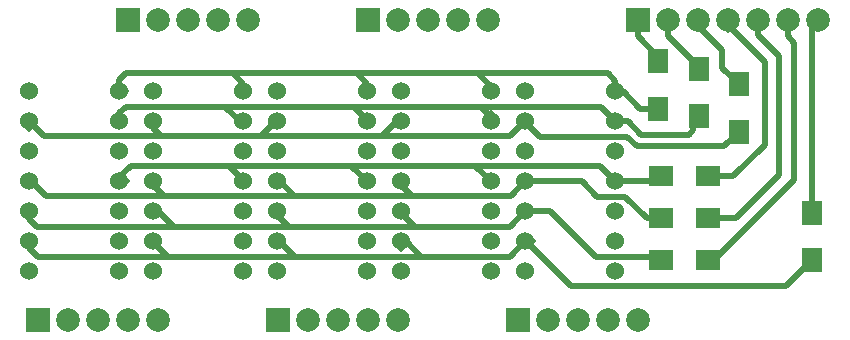
<source format=gbr>
G04 #@! TF.FileFunction,Copper,L1,Top,Signal*
%FSLAX46Y46*%
G04 Gerber Fmt 4.6, Leading zero omitted, Abs format (unit mm)*
G04 Created by KiCad (PCBNEW 4.0.2+dfsg1-stable) date Pi  1. marec 2019, 16:05:38 CET*
%MOMM*%
G01*
G04 APERTURE LIST*
%ADD10C,0.100000*%
%ADD11R,1.700000X2.000000*%
%ADD12R,2.000000X1.700000*%
%ADD13R,2.000000X2.000000*%
%ADD14C,2.000000*%
%ADD15C,1.524000*%
%ADD16C,0.500000*%
G04 APERTURE END LIST*
D10*
D11*
X194750000Y-51750000D03*
X194750000Y-55750000D03*
X198200000Y-52400000D03*
X198200000Y-56400000D03*
X201600000Y-53700000D03*
X201600000Y-57700000D03*
D12*
X199000000Y-61500000D03*
X195000000Y-61500000D03*
X199000000Y-65000000D03*
X195000000Y-65000000D03*
X199000000Y-68600000D03*
X195000000Y-68600000D03*
D11*
X207800000Y-64600000D03*
X207800000Y-68600000D03*
D13*
X142240000Y-73660000D03*
D14*
X144780000Y-73660000D03*
X147320000Y-73660000D03*
X149860000Y-73660000D03*
X152400000Y-73660000D03*
D13*
X162560000Y-73660000D03*
D14*
X165100000Y-73660000D03*
X167640000Y-73660000D03*
X170180000Y-73660000D03*
X172720000Y-73660000D03*
D13*
X182880000Y-73660000D03*
D14*
X185420000Y-73660000D03*
X187960000Y-73660000D03*
X190500000Y-73660000D03*
X193040000Y-73660000D03*
D13*
X193040000Y-48260000D03*
D14*
X195580000Y-48260000D03*
X198120000Y-48260000D03*
X200660000Y-48260000D03*
X203200000Y-48260000D03*
X205740000Y-48260000D03*
X208280000Y-48260000D03*
D15*
X141520000Y-54290000D03*
X141520000Y-56830000D03*
X141520000Y-59370000D03*
X141520000Y-61910000D03*
X141520000Y-64450000D03*
X141520000Y-66990000D03*
X149140000Y-66990000D03*
X149140000Y-64450000D03*
X149140000Y-61910000D03*
X149140000Y-59370000D03*
X149140000Y-56830000D03*
X149140000Y-54290000D03*
X141520000Y-69530000D03*
X149140000Y-69530000D03*
X152020000Y-54290000D03*
X152020000Y-56830000D03*
X152020000Y-59370000D03*
X152020000Y-61910000D03*
X152020000Y-64450000D03*
X152020000Y-66990000D03*
X159640000Y-66990000D03*
X159640000Y-64450000D03*
X159640000Y-61910000D03*
X159640000Y-59370000D03*
X159640000Y-56830000D03*
X159640000Y-54290000D03*
X152020000Y-69530000D03*
X159640000Y-69530000D03*
X162520000Y-54290000D03*
X162520000Y-56830000D03*
X162520000Y-59370000D03*
X162520000Y-61910000D03*
X162520000Y-64450000D03*
X162520000Y-66990000D03*
X170140000Y-66990000D03*
X170140000Y-64450000D03*
X170140000Y-61910000D03*
X170140000Y-59370000D03*
X170140000Y-56830000D03*
X170140000Y-54290000D03*
X162520000Y-69530000D03*
X170140000Y-69530000D03*
X173020000Y-54290000D03*
X173020000Y-56830000D03*
X173020000Y-59370000D03*
X173020000Y-61910000D03*
X173020000Y-64450000D03*
X173020000Y-66990000D03*
X180640000Y-66990000D03*
X180640000Y-64450000D03*
X180640000Y-61910000D03*
X180640000Y-59370000D03*
X180640000Y-56830000D03*
X180640000Y-54290000D03*
X173020000Y-69530000D03*
X180640000Y-69530000D03*
X183520000Y-54290000D03*
X183520000Y-56830000D03*
X183520000Y-59370000D03*
X183520000Y-61910000D03*
X183520000Y-64450000D03*
X183520000Y-66990000D03*
X191140000Y-66990000D03*
X191140000Y-64450000D03*
X191140000Y-61910000D03*
X191140000Y-59370000D03*
X191140000Y-56830000D03*
X191140000Y-54290000D03*
X183520000Y-69530000D03*
X191140000Y-69530000D03*
D13*
X149860000Y-48260000D03*
D14*
X152400000Y-48260000D03*
X154940000Y-48260000D03*
X157480000Y-48260000D03*
X160020000Y-48260000D03*
D13*
X170180000Y-48260000D03*
D14*
X172720000Y-48260000D03*
X175260000Y-48260000D03*
X177800000Y-48260000D03*
X180340000Y-48260000D03*
D16*
X199700000Y-58950000D02*
X200350000Y-58950000D01*
X200350000Y-58950000D02*
X201600000Y-57700000D01*
X152700000Y-58100000D02*
X142790000Y-58100000D01*
X142790000Y-58100000D02*
X141520000Y-56830000D01*
X162520000Y-56830000D02*
X162370000Y-56830000D01*
X162370000Y-56830000D02*
X161100000Y-58100000D01*
X173020000Y-56830000D02*
X172670000Y-56830000D01*
X172670000Y-56830000D02*
X171400000Y-58100000D01*
X152020000Y-56830000D02*
X152020000Y-57420000D01*
X152020000Y-57420000D02*
X152700000Y-58100000D01*
X182250000Y-58100000D02*
X183520000Y-56830000D01*
X152700000Y-58100000D02*
X161100000Y-58100000D01*
X161100000Y-58100000D02*
X171400000Y-58100000D01*
X171400000Y-58100000D02*
X182250000Y-58100000D01*
X183520000Y-56830000D02*
X183520000Y-56920000D01*
X183520000Y-56920000D02*
X184750000Y-58150000D01*
X192950000Y-58950000D02*
X199700000Y-58950000D01*
X199700000Y-58950000D02*
X199750000Y-58950000D01*
X192150000Y-58150000D02*
X192950000Y-58950000D01*
X184750000Y-58150000D02*
X192150000Y-58150000D01*
X183520000Y-56830000D02*
X184030000Y-56830000D01*
X173020000Y-56830000D02*
X173020000Y-57020000D01*
X162520000Y-56830000D02*
X162520000Y-57020000D01*
X152020000Y-57270000D02*
X152020000Y-56830000D01*
X183520000Y-57230000D02*
X183520000Y-56830000D01*
X141520000Y-56830000D02*
X141520000Y-57520000D01*
X183520000Y-61910000D02*
X188310000Y-61910000D01*
X193800000Y-65000000D02*
X195000000Y-65000000D01*
X192000000Y-63200000D02*
X193800000Y-65000000D01*
X189600000Y-63200000D02*
X192000000Y-63200000D01*
X188310000Y-61910000D02*
X189600000Y-63200000D01*
X183520000Y-61910000D02*
X184110000Y-61910000D01*
X173020000Y-61910000D02*
X173020000Y-62220000D01*
X173020000Y-62220000D02*
X173950000Y-63150000D01*
X163950000Y-63150000D02*
X173950000Y-63150000D01*
X173950000Y-63150000D02*
X182280000Y-63150000D01*
X152020000Y-61910000D02*
X152020000Y-62220000D01*
X152020000Y-62220000D02*
X152950000Y-63150000D01*
X162520000Y-61910000D02*
X162710000Y-61910000D01*
X162710000Y-61910000D02*
X163950000Y-63150000D01*
X141710000Y-61910000D02*
X142950000Y-63150000D01*
X142950000Y-63150000D02*
X152950000Y-63150000D01*
X152950000Y-63150000D02*
X163950000Y-63150000D01*
X182280000Y-63150000D02*
X183520000Y-61910000D01*
X141520000Y-61910000D02*
X141710000Y-61910000D01*
X183520000Y-64450000D02*
X185650000Y-64450000D01*
X189500000Y-68300000D02*
X194700000Y-68300000D01*
X185650000Y-64450000D02*
X189500000Y-68300000D01*
X194700000Y-68300000D02*
X195000000Y-68600000D01*
X183520000Y-64450000D02*
X183520000Y-64520000D01*
X152020000Y-64450000D02*
X152450000Y-64450000D01*
X152450000Y-64450000D02*
X153750000Y-65750000D01*
X141520000Y-65120000D02*
X142150000Y-65750000D01*
X142150000Y-65750000D02*
X153750000Y-65750000D01*
X153750000Y-65750000D02*
X163550000Y-65750000D01*
X141520000Y-64450000D02*
X141520000Y-65120000D01*
X162520000Y-64450000D02*
X162520000Y-64720000D01*
X162520000Y-64720000D02*
X163550000Y-65750000D01*
X182220000Y-65750000D02*
X183520000Y-64450000D01*
X163550000Y-65750000D02*
X174150000Y-65750000D01*
X173020000Y-64450000D02*
X173020000Y-64620000D01*
X173020000Y-64620000D02*
X174150000Y-65750000D01*
X174150000Y-65750000D02*
X182220000Y-65750000D01*
X173020000Y-66990000D02*
X173390000Y-66990000D01*
X173390000Y-66990000D02*
X174700000Y-68300000D01*
X162520000Y-66990000D02*
X162690000Y-66990000D01*
X162690000Y-66990000D02*
X164000000Y-68300000D01*
X152020000Y-66990000D02*
X152020000Y-67020000D01*
X152020000Y-67020000D02*
X153300000Y-68300000D01*
X141520000Y-66990000D02*
X141520000Y-67520000D01*
X141520000Y-67520000D02*
X142300000Y-68300000D01*
X182210000Y-68300000D02*
X183520000Y-66990000D01*
X142300000Y-68300000D02*
X153300000Y-68300000D01*
X153300000Y-68300000D02*
X164000000Y-68300000D01*
X164000000Y-68300000D02*
X174700000Y-68300000D01*
X174700000Y-68300000D02*
X182210000Y-68300000D01*
X141520000Y-66990000D02*
X141520000Y-67320000D01*
X205600000Y-70800000D02*
X187400000Y-70800000D01*
X187400000Y-70800000D02*
X183590000Y-66990000D01*
X183520000Y-66990000D02*
X183590000Y-66990000D01*
X173020000Y-66990000D02*
X173020000Y-67020000D01*
X162520000Y-66990000D02*
X162590000Y-66990000D01*
X152020000Y-66990000D02*
X152020000Y-67220000D01*
X183520000Y-66990000D02*
X183520000Y-67080000D01*
X205600000Y-70800000D02*
X207800000Y-68600000D01*
X183520000Y-66990000D02*
X184190000Y-66990000D01*
X173020000Y-66990000D02*
X173020000Y-67620000D01*
X191140000Y-61910000D02*
X194590000Y-61910000D01*
X194590000Y-61910000D02*
X195000000Y-61500000D01*
X159640000Y-61910000D02*
X159640000Y-61840000D01*
X159640000Y-61840000D02*
X158400000Y-60600000D01*
X170140000Y-61910000D02*
X170110000Y-61910000D01*
X170110000Y-61910000D02*
X168800000Y-60600000D01*
X180640000Y-61910000D02*
X180610000Y-61910000D01*
X180610000Y-61910000D02*
X179300000Y-60600000D01*
X149140000Y-61910000D02*
X149140000Y-61560000D01*
X149140000Y-61560000D02*
X150100000Y-60600000D01*
X189830000Y-60600000D02*
X191140000Y-61910000D01*
X150100000Y-60600000D02*
X158400000Y-60600000D01*
X158400000Y-60600000D02*
X168800000Y-60600000D01*
X168800000Y-60600000D02*
X179300000Y-60600000D01*
X179300000Y-60600000D02*
X189830000Y-60600000D01*
X191140000Y-61910000D02*
X191310000Y-61910000D01*
X159640000Y-61910000D02*
X159310000Y-61910000D01*
X180640000Y-61910000D02*
X180510000Y-61910000D01*
X149140000Y-61910000D02*
X149790000Y-61910000D01*
X191140000Y-61540000D02*
X191140000Y-61910000D01*
X194400000Y-61000000D02*
X194600000Y-61000000D01*
X159640000Y-56830000D02*
X159330000Y-56830000D01*
X159330000Y-56830000D02*
X158100000Y-55600000D01*
X170140000Y-56830000D02*
X170140000Y-56740000D01*
X170140000Y-56740000D02*
X169000000Y-55600000D01*
X180640000Y-56830000D02*
X180640000Y-56440000D01*
X180640000Y-56440000D02*
X179800000Y-55600000D01*
X149140000Y-56830000D02*
X149140000Y-56160000D01*
X149140000Y-56160000D02*
X149700000Y-55600000D01*
X189910000Y-55600000D02*
X191140000Y-56830000D01*
X149700000Y-55600000D02*
X158100000Y-55600000D01*
X158100000Y-55600000D02*
X169000000Y-55600000D01*
X169000000Y-55600000D02*
X179800000Y-55600000D01*
X179800000Y-55600000D02*
X189910000Y-55600000D01*
X197750000Y-55750000D02*
X197750000Y-57550000D01*
X192230000Y-56830000D02*
X191140000Y-56830000D01*
X193350000Y-57950000D02*
X192230000Y-56830000D01*
X197350000Y-57950000D02*
X193350000Y-57950000D01*
X197750000Y-57550000D02*
X197350000Y-57950000D01*
X191140000Y-56830000D02*
X191830000Y-56830000D01*
X197750000Y-56750000D02*
X197750000Y-55750000D01*
X159640000Y-56830000D02*
X159640000Y-56640000D01*
X149140000Y-56110000D02*
X149140000Y-56830000D01*
X170140000Y-56830000D02*
X170140000Y-56390000D01*
X180640000Y-56830000D02*
X180640000Y-56140000D01*
X191140000Y-56390000D02*
X191140000Y-56830000D01*
X149140000Y-56830000D02*
X149140000Y-56610000D01*
X159640000Y-54290000D02*
X159640000Y-53640000D01*
X159640000Y-53640000D02*
X158750000Y-52750000D01*
X170140000Y-54290000D02*
X170140000Y-53640000D01*
X170140000Y-53640000D02*
X169250000Y-52750000D01*
X149140000Y-54290000D02*
X149140000Y-53360000D01*
X149750000Y-52750000D02*
X158750000Y-52750000D01*
X158750000Y-52750000D02*
X169250000Y-52750000D01*
X169250000Y-52750000D02*
X179500000Y-52750000D01*
X149140000Y-53360000D02*
X149750000Y-52750000D01*
X149140000Y-54290000D02*
X149710000Y-54290000D01*
X191140000Y-54290000D02*
X191790000Y-54290000D01*
X191790000Y-54290000D02*
X193250000Y-55750000D01*
X193250000Y-55750000D02*
X194750000Y-55750000D01*
X180640000Y-54290000D02*
X180640000Y-53890000D01*
X180640000Y-53890000D02*
X179500000Y-52750000D01*
X191140000Y-53390000D02*
X191140000Y-54290000D01*
X190500000Y-52750000D02*
X191140000Y-53390000D01*
X179500000Y-52750000D02*
X190500000Y-52750000D01*
X177800000Y-48260000D02*
X177800000Y-49000000D01*
X193040000Y-49640000D02*
X193040000Y-48260000D01*
X194750000Y-51750000D02*
X194750000Y-51350000D01*
X194750000Y-51350000D02*
X193040000Y-49640000D01*
X194750000Y-51750000D02*
X195030000Y-51750000D01*
X195580000Y-49580000D02*
X195580000Y-48260000D01*
X198200000Y-52400000D02*
X198200000Y-52200000D01*
X198200000Y-52200000D02*
X195580000Y-49580000D01*
X201600000Y-53700000D02*
X200200000Y-52300000D01*
X200200000Y-50800000D02*
X198120000Y-48720000D01*
X200200000Y-52300000D02*
X200200000Y-50800000D01*
X198120000Y-48720000D02*
X198120000Y-48260000D01*
X200660000Y-48260000D02*
X200660000Y-48660000D01*
X200660000Y-48660000D02*
X203800000Y-51800000D01*
X201100000Y-61500000D02*
X199000000Y-61500000D01*
X203800000Y-58800000D02*
X201100000Y-61500000D01*
X203800000Y-51800000D02*
X203800000Y-58800000D01*
X200660000Y-48260000D02*
X200660000Y-49060000D01*
X200660000Y-48460000D02*
X200660000Y-48260000D01*
X205000000Y-55500000D02*
X205000000Y-61400000D01*
X203200000Y-49500000D02*
X205000000Y-51300000D01*
X205000000Y-51300000D02*
X205000000Y-55500000D01*
X203200000Y-48260000D02*
X203200000Y-49500000D01*
X201400000Y-65000000D02*
X199000000Y-65000000D01*
X205000000Y-61400000D02*
X201400000Y-65000000D01*
X199000000Y-68600000D02*
X199500000Y-68600000D01*
X199500000Y-68600000D02*
X206300000Y-61800000D01*
X206300000Y-61800000D02*
X206300000Y-55500000D01*
X205740000Y-48260000D02*
X205740000Y-49640000D01*
X206300000Y-50200000D02*
X206300000Y-55500000D01*
X205740000Y-49640000D02*
X206300000Y-50200000D01*
X207800000Y-64600000D02*
X207800000Y-48740000D01*
X207800000Y-48740000D02*
X208280000Y-48260000D01*
X208280000Y-64120000D02*
X207800000Y-64600000D01*
X207800000Y-48740000D02*
X208280000Y-48260000D01*
M02*

</source>
